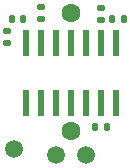
<source format=gbs>
%TF.GenerationSoftware,KiCad,Pcbnew,7.0.7*%
%TF.CreationDate,2023-12-15T10:30:33-05:00*%
%TF.ProjectId,Original Circle FES Device,4f726967-696e-4616-9c20-436972636c65,rev?*%
%TF.SameCoordinates,Original*%
%TF.FileFunction,Soldermask,Bot*%
%TF.FilePolarity,Negative*%
%FSLAX46Y46*%
G04 Gerber Fmt 4.6, Leading zero omitted, Abs format (unit mm)*
G04 Created by KiCad (PCBNEW 7.0.7) date 2023-12-15 10:30:33*
%MOMM*%
%LPD*%
G01*
G04 APERTURE LIST*
G04 Aperture macros list*
%AMRoundRect*
0 Rectangle with rounded corners*
0 $1 Rounding radius*
0 $2 $3 $4 $5 $6 $7 $8 $9 X,Y pos of 4 corners*
0 Add a 4 corners polygon primitive as box body*
4,1,4,$2,$3,$4,$5,$6,$7,$8,$9,$2,$3,0*
0 Add four circle primitives for the rounded corners*
1,1,$1+$1,$2,$3*
1,1,$1+$1,$4,$5*
1,1,$1+$1,$6,$7*
1,1,$1+$1,$8,$9*
0 Add four rect primitives between the rounded corners*
20,1,$1+$1,$2,$3,$4,$5,0*
20,1,$1+$1,$4,$5,$6,$7,0*
20,1,$1+$1,$6,$7,$8,$9,0*
20,1,$1+$1,$8,$9,$2,$3,0*%
G04 Aperture macros list end*
%ADD10C,1.200000*%
%ADD11C,1.500000*%
%ADD12C,1.600200*%
%ADD13RoundRect,0.140000X0.140000X0.170000X-0.140000X0.170000X-0.140000X-0.170000X0.140000X-0.170000X0*%
%ADD14RoundRect,0.140000X-0.140000X-0.170000X0.140000X-0.170000X0.140000X0.170000X-0.140000X0.170000X0*%
%ADD15RoundRect,0.135000X-0.185000X0.135000X-0.185000X-0.135000X0.185000X-0.135000X0.185000X0.135000X0*%
%ADD16R,0.558800X2.286000*%
%ADD17RoundRect,0.135000X0.185000X-0.135000X0.185000X0.135000X-0.185000X0.135000X-0.185000X-0.135000X0*%
%ADD18RoundRect,0.135000X0.135000X0.185000X-0.135000X0.185000X-0.135000X-0.185000X0.135000X-0.185000X0*%
G04 APERTURE END LIST*
D10*
%TO.C,RAT*%
X113284000Y-113284000D03*
D11*
X113284000Y-113284000D03*
%TD*%
D10*
%TO.C,ON*%
X116840000Y-113792000D03*
D11*
X116840000Y-113792000D03*
%TD*%
D10*
%TO.C,GND*%
X119380000Y-113792000D03*
D11*
X119380000Y-113792000D03*
%TD*%
D12*
%TO.C,+*%
X118110000Y-101760000D03*
X118110000Y-111760000D03*
%TD*%
D13*
%TO.C,C2*%
X122527000Y-102235000D03*
X121567000Y-102235000D03*
%TD*%
D14*
%TO.C,C1*%
X113058000Y-102260400D03*
X114018000Y-102260400D03*
%TD*%
D15*
%TO.C,R4*%
X120650000Y-101344000D03*
X120650000Y-102364000D03*
%TD*%
D16*
%TO.C,U1*%
X114300000Y-104317800D03*
X115570000Y-104317800D03*
X116840000Y-104317800D03*
X118110000Y-104317800D03*
X119380000Y-104317800D03*
X120650000Y-104317800D03*
X121920000Y-104317800D03*
X121920000Y-109347000D03*
X120650000Y-109347000D03*
X119380000Y-109347000D03*
X118110000Y-109347000D03*
X116840000Y-109347000D03*
X115570000Y-109347000D03*
X114300000Y-109347000D03*
%TD*%
D17*
%TO.C,R1*%
X112649000Y-104269000D03*
X112649000Y-103249000D03*
%TD*%
%TO.C,R3*%
X115570000Y-102237000D03*
X115570000Y-101217000D03*
%TD*%
D18*
%TO.C,R5*%
X121160000Y-111379000D03*
X120140000Y-111379000D03*
%TD*%
M02*

</source>
